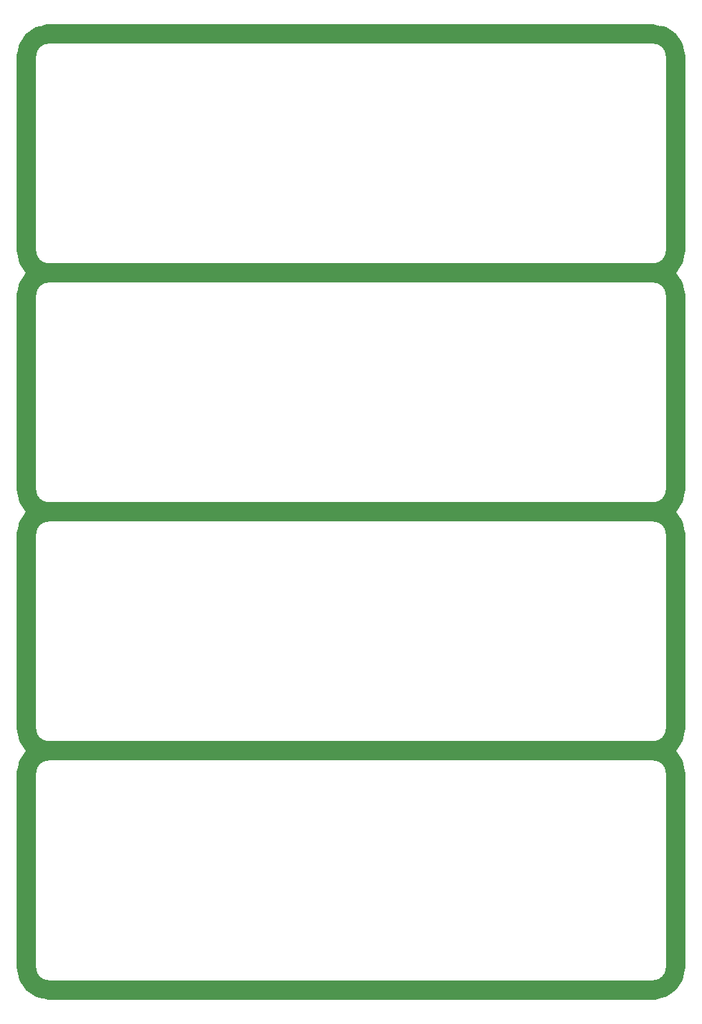
<source format=gbr>
G04 #@! TF.FileFunction,Profile,NP*
%FSLAX46Y46*%
G04 Gerber Fmt 4.6, Leading zero omitted, Abs format (unit mm)*
G04 Created by KiCad (PCBNEW 4.0.5) date Tue Apr 18 23:58:23 2017*
%MOMM*%
%LPD*%
G01*
G04 APERTURE LIST*
%ADD10C,0.050000*%
%ADD11C,2.400000*%
G04 APERTURE END LIST*
D10*
D11*
X18800000Y-102500000D02*
G75*
G03X16100000Y-105200000I0J-2700000D01*
G01*
X16100000Y-105200000D02*
X16100000Y-129000000D01*
X16100000Y-99800000D02*
G75*
G03X18800000Y-102500000I2700000J0D01*
G01*
X16100000Y-129100000D02*
G75*
G03X18800000Y-131800000I2700000J0D01*
G01*
X95700000Y-99700000D02*
X95700000Y-76000000D01*
X95700000Y-75900000D02*
G75*
G03X93000000Y-73200000I-2700000J0D01*
G01*
X92900000Y-73200000D02*
X18700000Y-73200000D01*
X18800000Y-73200000D02*
G75*
G03X16100000Y-75900000I0J-2700000D01*
G01*
X92900000Y-102500000D02*
X18700000Y-102500000D01*
X18900000Y-131800000D02*
X93100000Y-131800000D01*
X16100000Y-75900000D02*
X16100000Y-99700000D01*
X18900000Y-102500000D02*
X93100000Y-102500000D01*
X93000000Y-102500000D02*
G75*
G03X95700000Y-99800000I0J2700000D01*
G01*
X93000000Y-131800000D02*
G75*
G03X95700000Y-129100000I0J2700000D01*
G01*
X95700000Y-129000000D02*
X95700000Y-105300000D01*
X95700000Y-105200000D02*
G75*
G03X93000000Y-102500000I-2700000J0D01*
G01*
X95700000Y-70400000D02*
X95700000Y-46700000D01*
X95700000Y-46600000D02*
G75*
G03X93000000Y-43900000I-2700000J0D01*
G01*
X93000000Y-73200000D02*
G75*
G03X95700000Y-70500000I0J2700000D01*
G01*
X18800000Y-43900000D02*
G75*
G03X16100000Y-46600000I0J-2700000D01*
G01*
X16100000Y-46600000D02*
X16100000Y-70400000D01*
X18900000Y-73200000D02*
X93100000Y-73200000D01*
X92900000Y-43900000D02*
X18700000Y-43900000D01*
X16100000Y-70500000D02*
G75*
G03X18800000Y-73200000I2700000J0D01*
G01*
X92900000Y-14600000D02*
X18700000Y-14600000D01*
X95700000Y-41100000D02*
X95700000Y-17400000D01*
X18900000Y-43900000D02*
X93100000Y-43900000D01*
X16100000Y-17300000D02*
X16100000Y-41100000D01*
X16100000Y-41200000D02*
G75*
G03X18800000Y-43900000I2700000J0D01*
G01*
X93000000Y-43900000D02*
G75*
G03X95700000Y-41200000I0J2700000D01*
G01*
X95700000Y-17300000D02*
G75*
G03X93000000Y-14600000I-2700000J0D01*
G01*
X18800000Y-14600000D02*
G75*
G03X16100000Y-17300000I0J-2700000D01*
G01*
M02*

</source>
